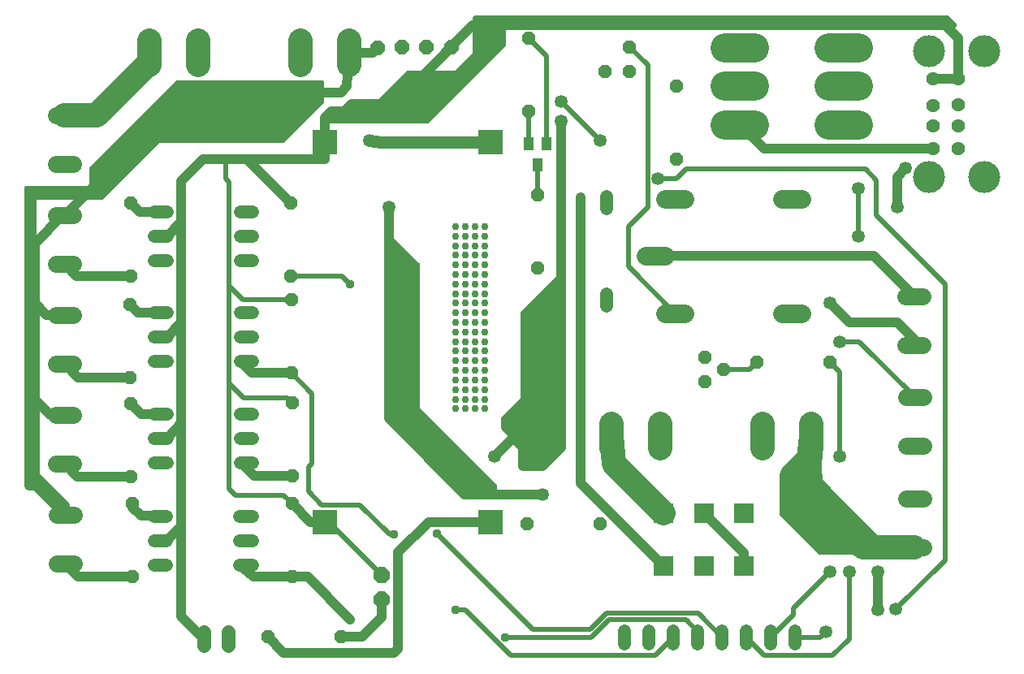
<source format=gbr>
G04 EAGLE Gerber X2 export*
%TF.Part,Single*%
%TF.FileFunction,Copper,L1,Top,Mixed*%
%TF.FilePolarity,Positive*%
%TF.GenerationSoftware,Autodesk,EAGLE,8.7.0*%
%TF.CreationDate,2018-10-16T22:29:40Z*%
G75*
%MOMM*%
%FSLAX34Y34*%
%LPD*%
%AMOC8*
5,1,8,0,0,1.08239X$1,22.5*%
G01*
%ADD10P,1.632244X8X292.500000*%
%ADD11C,1.790700*%
%ADD12C,1.320800*%
%ADD13C,2.540000*%
%ADD14C,1.981200*%
%ADD15P,1.814519X8X112.500000*%
%ADD16R,2.100000X2.100000*%
%ADD17R,1.000000X1.400000*%
%ADD18P,1.429621X8X112.500000*%
%ADD19P,1.429621X8X292.500000*%
%ADD20P,1.429621X8X22.500000*%
%ADD21C,3.009900*%
%ADD22C,3.327400*%
%ADD23C,1.428000*%
%ADD24C,1.422400*%
%ADD25R,2.500000X2.500000*%
%ADD26C,1.016000*%
%ADD27C,0.756400*%
%ADD28C,0.508000*%
%ADD29C,1.350000*%
%ADD30C,0.152400*%
%ADD31C,1.270000*%
%ADD32C,0.956400*%

G36*
X30129Y187472D02*
X30129Y187472D01*
X30260Y187474D01*
X30353Y187492D01*
X30449Y187501D01*
X30574Y187535D01*
X30702Y187560D01*
X30791Y187594D01*
X30883Y187619D01*
X31000Y187675D01*
X31122Y187722D01*
X31203Y187772D01*
X31290Y187813D01*
X31395Y187888D01*
X31506Y187956D01*
X31578Y188019D01*
X31656Y188075D01*
X31746Y188168D01*
X31844Y188254D01*
X31903Y188329D01*
X31970Y188397D01*
X32043Y188505D01*
X32123Y188607D01*
X32168Y188691D01*
X32222Y188770D01*
X32274Y188889D01*
X32336Y189004D01*
X32365Y189095D01*
X32404Y189182D01*
X32435Y189309D01*
X32475Y189432D01*
X32488Y189527D01*
X32511Y189620D01*
X32519Y189749D01*
X32536Y189878D01*
X32532Y189974D01*
X32538Y190069D01*
X32523Y190198D01*
X32518Y190328D01*
X32497Y190421D01*
X32486Y190516D01*
X32449Y190641D01*
X32420Y190768D01*
X32384Y190856D01*
X32356Y190947D01*
X32297Y191063D01*
X32247Y191183D01*
X32195Y191264D01*
X32152Y191349D01*
X32073Y191452D01*
X32002Y191561D01*
X31916Y191659D01*
X31880Y191707D01*
X31847Y191738D01*
X31796Y191796D01*
X22539Y201052D01*
X22539Y487461D01*
X90000Y487461D01*
X90164Y487475D01*
X90328Y487482D01*
X90388Y487495D01*
X90449Y487501D01*
X90607Y487544D01*
X90768Y487580D01*
X90824Y487603D01*
X90883Y487619D01*
X91031Y487690D01*
X91183Y487753D01*
X91235Y487786D01*
X91290Y487813D01*
X91423Y487908D01*
X91561Y487998D01*
X91619Y488049D01*
X91656Y488075D01*
X91698Y488118D01*
X91796Y488204D01*
X151052Y547461D01*
X280000Y547461D01*
X280164Y547475D01*
X280328Y547482D01*
X280388Y547495D01*
X280449Y547501D01*
X280607Y547544D01*
X280768Y547580D01*
X280824Y547603D01*
X280883Y547619D01*
X281031Y547690D01*
X281183Y547753D01*
X281235Y547786D01*
X281290Y547813D01*
X281423Y547908D01*
X281561Y547998D01*
X281619Y548049D01*
X281656Y548075D01*
X281698Y548118D01*
X281796Y548204D01*
X321796Y588204D01*
X321901Y588331D01*
X322013Y588452D01*
X322045Y588503D01*
X322084Y588550D01*
X322166Y588693D01*
X322254Y588831D01*
X322278Y588888D01*
X322308Y588941D01*
X322363Y589096D01*
X322425Y589248D01*
X322438Y589308D01*
X322459Y589365D01*
X322485Y589527D01*
X322520Y589688D01*
X322525Y589765D01*
X322532Y589809D01*
X322531Y589870D01*
X322539Y590000D01*
X322539Y610000D01*
X322536Y610035D01*
X322538Y610069D01*
X322516Y610258D01*
X322499Y610449D01*
X322490Y610482D01*
X322486Y610516D01*
X322431Y610699D01*
X322381Y610883D01*
X322366Y610914D01*
X322356Y610947D01*
X322269Y611118D01*
X322187Y611290D01*
X322167Y611318D01*
X322152Y611349D01*
X322036Y611501D01*
X321925Y611656D01*
X321900Y611680D01*
X321880Y611707D01*
X321740Y611836D01*
X321603Y611970D01*
X321574Y611989D01*
X321548Y612013D01*
X321387Y612115D01*
X321230Y612222D01*
X321198Y612236D01*
X321169Y612254D01*
X320992Y612327D01*
X320818Y612404D01*
X320784Y612412D01*
X320752Y612425D01*
X320565Y612465D01*
X320380Y612511D01*
X320346Y612513D01*
X320312Y612520D01*
X320000Y612539D01*
X170000Y612539D01*
X169836Y612525D01*
X169672Y612518D01*
X169612Y612505D01*
X169552Y612499D01*
X169393Y612456D01*
X169232Y612420D01*
X169176Y612397D01*
X169117Y612381D01*
X168969Y612310D01*
X168817Y612247D01*
X168765Y612214D01*
X168711Y612187D01*
X168577Y612092D01*
X168439Y612002D01*
X168381Y611951D01*
X168344Y611925D01*
X168302Y611882D01*
X168204Y611796D01*
X78204Y521796D01*
X78099Y521669D01*
X77988Y521548D01*
X77955Y521497D01*
X77916Y521450D01*
X77834Y521307D01*
X77746Y521169D01*
X77722Y521112D01*
X77692Y521059D01*
X77637Y520904D01*
X77575Y520752D01*
X77562Y520692D01*
X77541Y520635D01*
X77515Y520473D01*
X77480Y520312D01*
X77475Y520235D01*
X77468Y520191D01*
X77469Y520130D01*
X77461Y520000D01*
X77461Y502539D01*
X12700Y502539D01*
X12665Y502536D01*
X12631Y502538D01*
X12442Y502516D01*
X12251Y502499D01*
X12218Y502490D01*
X12184Y502486D01*
X12001Y502431D01*
X11817Y502381D01*
X11786Y502366D01*
X11753Y502356D01*
X11582Y502269D01*
X11410Y502187D01*
X11382Y502167D01*
X11351Y502152D01*
X11199Y502036D01*
X11044Y501925D01*
X11020Y501900D01*
X10993Y501880D01*
X10864Y501740D01*
X10730Y501603D01*
X10711Y501574D01*
X10687Y501548D01*
X10585Y501387D01*
X10478Y501230D01*
X10464Y501198D01*
X10446Y501169D01*
X10373Y500992D01*
X10296Y500818D01*
X10288Y500784D01*
X10275Y500752D01*
X10235Y500565D01*
X10189Y500380D01*
X10187Y500346D01*
X10180Y500312D01*
X10161Y500000D01*
X10161Y190000D01*
X10164Y189966D01*
X10162Y189931D01*
X10184Y189742D01*
X10201Y189552D01*
X10210Y189518D01*
X10214Y189484D01*
X10269Y189301D01*
X10319Y189117D01*
X10334Y189086D01*
X10344Y189053D01*
X10431Y188882D01*
X10513Y188711D01*
X10533Y188682D01*
X10548Y188651D01*
X10664Y188499D01*
X10775Y188344D01*
X10800Y188320D01*
X10820Y188293D01*
X10960Y188164D01*
X11097Y188030D01*
X11126Y188011D01*
X11152Y187988D01*
X11313Y187885D01*
X11470Y187778D01*
X11502Y187764D01*
X11531Y187746D01*
X11708Y187673D01*
X11882Y187596D01*
X11916Y187588D01*
X11948Y187575D01*
X12135Y187535D01*
X12320Y187489D01*
X12354Y187487D01*
X12388Y187480D01*
X12700Y187461D01*
X30000Y187461D01*
X30129Y187472D01*
G37*
G36*
X430164Y567475D02*
X430164Y567475D01*
X430328Y567482D01*
X430388Y567495D01*
X430449Y567501D01*
X430607Y567544D01*
X430768Y567580D01*
X430824Y567603D01*
X430883Y567619D01*
X431031Y567690D01*
X431183Y567753D01*
X431235Y567786D01*
X431290Y567813D01*
X431423Y567908D01*
X431561Y567998D01*
X431619Y568049D01*
X431656Y568075D01*
X431698Y568118D01*
X431796Y568204D01*
X511796Y648204D01*
X511901Y648331D01*
X512013Y648452D01*
X512045Y648503D01*
X512084Y648550D01*
X512166Y648693D01*
X512254Y648831D01*
X512278Y648888D01*
X512308Y648941D01*
X512363Y649096D01*
X512425Y649248D01*
X512438Y649308D01*
X512459Y649365D01*
X512485Y649527D01*
X512520Y649688D01*
X512525Y649765D01*
X512532Y649809D01*
X512531Y649870D01*
X512539Y650000D01*
X512539Y667461D01*
X980000Y667461D01*
X980130Y667472D01*
X980260Y667474D01*
X980353Y667492D01*
X980449Y667501D01*
X980574Y667535D01*
X980702Y667560D01*
X980791Y667594D01*
X980883Y667619D01*
X981000Y667675D01*
X981122Y667722D01*
X981203Y667772D01*
X981290Y667813D01*
X981395Y667888D01*
X981506Y667956D01*
X981578Y668019D01*
X981656Y668075D01*
X981746Y668168D01*
X981844Y668254D01*
X981903Y668329D01*
X981970Y668397D01*
X982043Y668505D01*
X982123Y668607D01*
X982168Y668691D01*
X982222Y668770D01*
X982274Y668889D01*
X982336Y669004D01*
X982365Y669095D01*
X982404Y669182D01*
X982435Y669309D01*
X982475Y669432D01*
X982488Y669527D01*
X982511Y669620D01*
X982519Y669749D01*
X982536Y669878D01*
X982532Y669974D01*
X982538Y670069D01*
X982523Y670198D01*
X982518Y670328D01*
X982497Y670421D01*
X982486Y670516D01*
X982449Y670641D01*
X982420Y670768D01*
X982384Y670856D01*
X982356Y670947D01*
X982297Y671063D01*
X982247Y671183D01*
X982195Y671263D01*
X982152Y671349D01*
X982073Y671452D01*
X982002Y671561D01*
X981916Y671659D01*
X981880Y671707D01*
X981847Y671738D01*
X981796Y671796D01*
X974496Y679096D01*
X974369Y679201D01*
X974248Y679313D01*
X974197Y679345D01*
X974150Y679384D01*
X974007Y679466D01*
X973869Y679554D01*
X973812Y679578D01*
X973759Y679608D01*
X973604Y679663D01*
X973452Y679725D01*
X973392Y679738D01*
X973335Y679759D01*
X973173Y679785D01*
X973012Y679820D01*
X972935Y679825D01*
X972891Y679832D01*
X972830Y679831D01*
X972700Y679839D01*
X480000Y679839D01*
X479966Y679836D01*
X479931Y679838D01*
X479742Y679816D01*
X479552Y679799D01*
X479518Y679790D01*
X479484Y679786D01*
X479301Y679731D01*
X479117Y679681D01*
X479086Y679666D01*
X479053Y679656D01*
X478882Y679569D01*
X478711Y679487D01*
X478682Y679467D01*
X478651Y679452D01*
X478499Y679336D01*
X478344Y679225D01*
X478320Y679200D01*
X478293Y679180D01*
X478164Y679040D01*
X478030Y678903D01*
X478011Y678874D01*
X477988Y678848D01*
X477885Y678687D01*
X477778Y678530D01*
X477764Y678498D01*
X477746Y678469D01*
X477673Y678292D01*
X477596Y678118D01*
X477588Y678084D01*
X477575Y678052D01*
X477535Y677865D01*
X477489Y677680D01*
X477487Y677646D01*
X477480Y677612D01*
X477461Y677300D01*
X477461Y641052D01*
X458948Y622539D01*
X410000Y622539D01*
X409836Y622525D01*
X409672Y622518D01*
X409612Y622505D01*
X409552Y622499D01*
X409393Y622456D01*
X409232Y622420D01*
X409176Y622397D01*
X409117Y622381D01*
X408969Y622310D01*
X408817Y622247D01*
X408765Y622214D01*
X408711Y622187D01*
X408577Y622092D01*
X408439Y622002D01*
X408381Y621951D01*
X408344Y621925D01*
X408302Y621882D01*
X408204Y621796D01*
X378948Y592539D01*
X350000Y592539D01*
X349836Y592525D01*
X349672Y592518D01*
X349612Y592505D01*
X349552Y592499D01*
X349393Y592456D01*
X349232Y592420D01*
X349176Y592397D01*
X349117Y592381D01*
X348969Y592310D01*
X348817Y592247D01*
X348765Y592214D01*
X348711Y592187D01*
X348577Y592092D01*
X348439Y592002D01*
X348381Y591951D01*
X348344Y591925D01*
X348302Y591882D01*
X348204Y591796D01*
X328204Y571796D01*
X328121Y571696D01*
X328030Y571603D01*
X327977Y571523D01*
X327916Y571450D01*
X327851Y571337D01*
X327778Y571230D01*
X327740Y571142D01*
X327692Y571059D01*
X327649Y570937D01*
X327596Y570818D01*
X327573Y570725D01*
X327541Y570635D01*
X327520Y570506D01*
X327489Y570380D01*
X327484Y570285D01*
X327468Y570191D01*
X327470Y570061D01*
X327462Y569931D01*
X327473Y569836D01*
X327474Y569740D01*
X327499Y569613D01*
X327514Y569484D01*
X327541Y569392D01*
X327560Y569298D01*
X327606Y569177D01*
X327644Y569053D01*
X327687Y568968D01*
X327722Y568878D01*
X327789Y568767D01*
X327848Y568651D01*
X327906Y568575D01*
X327956Y568494D01*
X328042Y568396D01*
X328120Y568293D01*
X328191Y568228D01*
X328254Y568156D01*
X328356Y568076D01*
X328452Y567988D01*
X328532Y567936D01*
X328607Y567877D01*
X328722Y567816D01*
X328831Y567746D01*
X328920Y567709D01*
X329004Y567664D01*
X329128Y567624D01*
X329248Y567575D01*
X329341Y567555D01*
X329432Y567525D01*
X329561Y567507D01*
X329688Y567480D01*
X329818Y567472D01*
X329878Y567464D01*
X329923Y567466D01*
X330000Y567461D01*
X430000Y567461D01*
X430164Y567475D01*
G37*
G36*
X500035Y177464D02*
X500035Y177464D01*
X500069Y177462D01*
X500258Y177484D01*
X500449Y177501D01*
X500482Y177510D01*
X500516Y177514D01*
X500699Y177569D01*
X500883Y177619D01*
X500914Y177634D01*
X500947Y177644D01*
X501118Y177731D01*
X501290Y177813D01*
X501318Y177833D01*
X501349Y177848D01*
X501501Y177964D01*
X501656Y178075D01*
X501680Y178100D01*
X501707Y178120D01*
X501836Y178261D01*
X501970Y178397D01*
X501989Y178426D01*
X502013Y178452D01*
X502115Y178613D01*
X502222Y178770D01*
X502236Y178802D01*
X502254Y178831D01*
X502327Y179008D01*
X502404Y179182D01*
X502412Y179216D01*
X502425Y179248D01*
X502465Y179435D01*
X502511Y179620D01*
X502513Y179654D01*
X502520Y179688D01*
X502539Y180000D01*
X502539Y190000D01*
X502525Y190164D01*
X502518Y190328D01*
X502505Y190388D01*
X502499Y190449D01*
X502456Y190607D01*
X502420Y190768D01*
X502397Y190824D01*
X502381Y190883D01*
X502310Y191031D01*
X502247Y191183D01*
X502214Y191235D01*
X502187Y191290D01*
X502092Y191423D01*
X502002Y191561D01*
X501951Y191619D01*
X501925Y191656D01*
X501882Y191698D01*
X501796Y191796D01*
X422539Y271052D01*
X422539Y420000D01*
X422525Y420164D01*
X422518Y420328D01*
X422505Y420388D01*
X422499Y420449D01*
X422456Y420607D01*
X422420Y420768D01*
X422397Y420824D01*
X422381Y420883D01*
X422310Y421031D01*
X422247Y421183D01*
X422214Y421235D01*
X422187Y421290D01*
X422092Y421423D01*
X422002Y421561D01*
X421951Y421619D01*
X421925Y421656D01*
X421882Y421698D01*
X421796Y421796D01*
X391796Y451796D01*
X391696Y451879D01*
X391603Y451970D01*
X391523Y452023D01*
X391450Y452084D01*
X391337Y452149D01*
X391230Y452222D01*
X391142Y452260D01*
X391059Y452308D01*
X390937Y452351D01*
X390818Y452404D01*
X390725Y452427D01*
X390635Y452459D01*
X390506Y452480D01*
X390380Y452511D01*
X390285Y452516D01*
X390191Y452532D01*
X390061Y452530D01*
X389931Y452538D01*
X389836Y452527D01*
X389740Y452526D01*
X389613Y452501D01*
X389484Y452486D01*
X389392Y452459D01*
X389298Y452440D01*
X389177Y452394D01*
X389053Y452356D01*
X388968Y452313D01*
X388878Y452278D01*
X388767Y452211D01*
X388651Y452152D01*
X388575Y452094D01*
X388494Y452044D01*
X388396Y451958D01*
X388293Y451880D01*
X388228Y451809D01*
X388156Y451746D01*
X388076Y451644D01*
X387988Y451548D01*
X387936Y451468D01*
X387877Y451393D01*
X387816Y451279D01*
X387746Y451169D01*
X387709Y451080D01*
X387664Y450996D01*
X387624Y450872D01*
X387575Y450752D01*
X387555Y450659D01*
X387525Y450568D01*
X387507Y450439D01*
X387480Y450312D01*
X387472Y450182D01*
X387464Y450122D01*
X387466Y450077D01*
X387461Y450000D01*
X387461Y260000D01*
X387475Y259836D01*
X387482Y259672D01*
X387495Y259612D01*
X387501Y259552D01*
X387544Y259393D01*
X387580Y259232D01*
X387603Y259176D01*
X387619Y259117D01*
X387690Y258969D01*
X387753Y258817D01*
X387786Y258765D01*
X387813Y258711D01*
X387908Y258577D01*
X387998Y258439D01*
X388049Y258381D01*
X388075Y258344D01*
X388118Y258302D01*
X388204Y258204D01*
X468204Y178204D01*
X468331Y178099D01*
X468452Y177988D01*
X468503Y177955D01*
X468550Y177916D01*
X468693Y177834D01*
X468831Y177746D01*
X468888Y177722D01*
X468941Y177692D01*
X469096Y177637D01*
X469248Y177575D01*
X469308Y177562D01*
X469365Y177541D01*
X469527Y177515D01*
X469688Y177480D01*
X469765Y177475D01*
X469809Y177468D01*
X469870Y177469D01*
X470000Y177461D01*
X500000Y177461D01*
X500035Y177464D01*
G37*
G36*
X550164Y207475D02*
X550164Y207475D01*
X550328Y207482D01*
X550388Y207495D01*
X550449Y207501D01*
X550607Y207544D01*
X550768Y207580D01*
X550824Y207603D01*
X550883Y207619D01*
X551031Y207690D01*
X551183Y207753D01*
X551235Y207786D01*
X551290Y207813D01*
X551423Y207908D01*
X551561Y207998D01*
X551619Y208049D01*
X551656Y208075D01*
X551698Y208118D01*
X551796Y208204D01*
X571796Y228204D01*
X571901Y228331D01*
X572013Y228452D01*
X572045Y228503D01*
X572084Y228550D01*
X572166Y228693D01*
X572254Y228831D01*
X572278Y228888D01*
X572308Y228941D01*
X572363Y229096D01*
X572425Y229248D01*
X572438Y229308D01*
X572459Y229365D01*
X572485Y229527D01*
X572520Y229688D01*
X572525Y229765D01*
X572532Y229809D01*
X572531Y229870D01*
X572539Y230000D01*
X572539Y410000D01*
X572528Y410129D01*
X572526Y410260D01*
X572508Y410353D01*
X572499Y410449D01*
X572465Y410574D01*
X572440Y410702D01*
X572406Y410791D01*
X572381Y410883D01*
X572325Y411000D01*
X572278Y411122D01*
X572228Y411203D01*
X572187Y411290D01*
X572112Y411395D01*
X572044Y411506D01*
X571981Y411578D01*
X571925Y411656D01*
X571832Y411746D01*
X571746Y411844D01*
X571671Y411903D01*
X571603Y411970D01*
X571495Y412043D01*
X571393Y412123D01*
X571309Y412168D01*
X571230Y412222D01*
X571111Y412274D01*
X570996Y412336D01*
X570905Y412365D01*
X570818Y412404D01*
X570691Y412435D01*
X570568Y412475D01*
X570473Y412488D01*
X570380Y412511D01*
X570251Y412519D01*
X570122Y412536D01*
X570026Y412532D01*
X569931Y412538D01*
X569802Y412523D01*
X569672Y412518D01*
X569579Y412497D01*
X569484Y412486D01*
X569359Y412449D01*
X569232Y412420D01*
X569144Y412384D01*
X569053Y412356D01*
X568937Y412297D01*
X568817Y412247D01*
X568736Y412195D01*
X568651Y412152D01*
X568548Y412073D01*
X568439Y412002D01*
X568341Y411916D01*
X568293Y411880D01*
X568262Y411847D01*
X568204Y411796D01*
X528204Y371796D01*
X528099Y371669D01*
X527988Y371548D01*
X527955Y371497D01*
X527916Y371450D01*
X527834Y371307D01*
X527746Y371169D01*
X527722Y371112D01*
X527692Y371059D01*
X527637Y370904D01*
X527575Y370752D01*
X527562Y370692D01*
X527541Y370635D01*
X527515Y370473D01*
X527480Y370312D01*
X527475Y370235D01*
X527468Y370191D01*
X527469Y370130D01*
X527461Y370000D01*
X527461Y281052D01*
X508204Y261796D01*
X508099Y261669D01*
X507988Y261548D01*
X507955Y261497D01*
X507916Y261450D01*
X507834Y261307D01*
X507746Y261169D01*
X507722Y261112D01*
X507692Y261059D01*
X507637Y260904D01*
X507575Y260752D01*
X507562Y260692D01*
X507541Y260635D01*
X507515Y260473D01*
X507480Y260312D01*
X507475Y260235D01*
X507468Y260191D01*
X507469Y260130D01*
X507461Y260000D01*
X507461Y250000D01*
X507475Y249836D01*
X507482Y249672D01*
X507495Y249612D01*
X507501Y249552D01*
X507544Y249393D01*
X507580Y249232D01*
X507603Y249176D01*
X507619Y249117D01*
X507690Y248969D01*
X507753Y248817D01*
X507786Y248765D01*
X507813Y248711D01*
X507908Y248577D01*
X507998Y248439D01*
X508049Y248381D01*
X508075Y248344D01*
X508118Y248302D01*
X508204Y248204D01*
X527461Y228948D01*
X527461Y210000D01*
X527464Y209966D01*
X527462Y209931D01*
X527484Y209742D01*
X527501Y209552D01*
X527510Y209518D01*
X527514Y209484D01*
X527569Y209301D01*
X527619Y209117D01*
X527634Y209086D01*
X527644Y209053D01*
X527731Y208882D01*
X527813Y208711D01*
X527833Y208682D01*
X527848Y208651D01*
X527964Y208499D01*
X528075Y208344D01*
X528100Y208320D01*
X528120Y208293D01*
X528261Y208164D01*
X528397Y208030D01*
X528426Y208011D01*
X528452Y207988D01*
X528613Y207885D01*
X528770Y207778D01*
X528802Y207764D01*
X528831Y207746D01*
X529008Y207673D01*
X529182Y207596D01*
X529216Y207588D01*
X529248Y207575D01*
X529435Y207535D01*
X529620Y207489D01*
X529654Y207487D01*
X529688Y207480D01*
X530000Y207461D01*
X550000Y207461D01*
X550164Y207475D01*
G37*
G36*
X900035Y117464D02*
X900035Y117464D01*
X900069Y117462D01*
X900258Y117484D01*
X900449Y117501D01*
X900482Y117510D01*
X900516Y117514D01*
X900699Y117569D01*
X900883Y117619D01*
X900914Y117634D01*
X900947Y117644D01*
X901118Y117731D01*
X901290Y117813D01*
X901318Y117833D01*
X901349Y117848D01*
X901501Y117964D01*
X901656Y118075D01*
X901680Y118100D01*
X901707Y118120D01*
X901836Y118261D01*
X901970Y118397D01*
X901989Y118426D01*
X902013Y118452D01*
X902115Y118613D01*
X902222Y118770D01*
X902236Y118802D01*
X902254Y118831D01*
X902327Y119008D01*
X902404Y119182D01*
X902412Y119216D01*
X902425Y119248D01*
X902465Y119435D01*
X902511Y119620D01*
X902513Y119654D01*
X902520Y119688D01*
X902539Y120000D01*
X902539Y130000D01*
X902525Y130164D01*
X902518Y130328D01*
X902505Y130388D01*
X902499Y130449D01*
X902456Y130607D01*
X902420Y130768D01*
X902397Y130824D01*
X902381Y130883D01*
X902310Y131031D01*
X902247Y131183D01*
X902214Y131235D01*
X902187Y131290D01*
X902092Y131423D01*
X902002Y131561D01*
X901951Y131619D01*
X901925Y131656D01*
X901882Y131698D01*
X901796Y131796D01*
X851796Y181796D01*
X851669Y181901D01*
X851548Y182013D01*
X851497Y182045D01*
X851450Y182084D01*
X851307Y182166D01*
X851169Y182254D01*
X851112Y182278D01*
X851059Y182308D01*
X850904Y182363D01*
X850752Y182425D01*
X850692Y182438D01*
X850635Y182459D01*
X850473Y182485D01*
X850312Y182520D01*
X850235Y182525D01*
X850191Y182532D01*
X850130Y182531D01*
X850000Y182539D01*
X842539Y182539D01*
X842539Y200000D01*
X842536Y200035D01*
X842538Y200069D01*
X842516Y200258D01*
X842499Y200449D01*
X842490Y200482D01*
X842486Y200516D01*
X842431Y200699D01*
X842381Y200883D01*
X842366Y200914D01*
X842356Y200947D01*
X842269Y201118D01*
X842187Y201290D01*
X842167Y201318D01*
X842152Y201349D01*
X842036Y201501D01*
X841925Y201656D01*
X841900Y201680D01*
X841880Y201707D01*
X841740Y201836D01*
X841603Y201970D01*
X841574Y201989D01*
X841548Y202013D01*
X841387Y202115D01*
X841230Y202222D01*
X841198Y202236D01*
X841169Y202254D01*
X840992Y202327D01*
X840818Y202404D01*
X840784Y202412D01*
X840752Y202425D01*
X840565Y202465D01*
X840380Y202511D01*
X840346Y202513D01*
X840312Y202520D01*
X840000Y202539D01*
X800000Y202539D01*
X799966Y202536D01*
X799931Y202538D01*
X799742Y202516D01*
X799552Y202499D01*
X799518Y202490D01*
X799484Y202486D01*
X799301Y202431D01*
X799117Y202381D01*
X799086Y202366D01*
X799053Y202356D01*
X798882Y202269D01*
X798711Y202187D01*
X798682Y202167D01*
X798651Y202152D01*
X798499Y202036D01*
X798344Y201925D01*
X798320Y201900D01*
X798293Y201880D01*
X798164Y201740D01*
X798030Y201603D01*
X798011Y201574D01*
X797988Y201548D01*
X797885Y201387D01*
X797778Y201230D01*
X797764Y201198D01*
X797746Y201169D01*
X797673Y200992D01*
X797596Y200818D01*
X797588Y200784D01*
X797575Y200752D01*
X797535Y200565D01*
X797489Y200380D01*
X797487Y200346D01*
X797480Y200312D01*
X797461Y200000D01*
X797461Y160000D01*
X797475Y159836D01*
X797482Y159672D01*
X797495Y159612D01*
X797501Y159552D01*
X797544Y159393D01*
X797580Y159232D01*
X797603Y159176D01*
X797619Y159117D01*
X797690Y158969D01*
X797753Y158817D01*
X797786Y158765D01*
X797813Y158711D01*
X797908Y158577D01*
X797998Y158439D01*
X798049Y158381D01*
X798075Y158344D01*
X798118Y158302D01*
X798204Y158204D01*
X838204Y118204D01*
X838331Y118099D01*
X838452Y117988D01*
X838503Y117955D01*
X838550Y117916D01*
X838693Y117834D01*
X838831Y117746D01*
X838888Y117722D01*
X838941Y117692D01*
X839096Y117637D01*
X839248Y117575D01*
X839308Y117562D01*
X839365Y117541D01*
X839527Y117515D01*
X839688Y117480D01*
X839765Y117475D01*
X839809Y117468D01*
X839870Y117469D01*
X840000Y117461D01*
X900000Y117461D01*
X900035Y117464D01*
G37*
D10*
X378456Y646532D03*
D11*
X929267Y125646D02*
X947174Y125646D01*
X947174Y176446D02*
X929267Y176446D01*
D10*
X429590Y646734D03*
X404026Y646684D03*
D11*
X928977Y336488D02*
X946884Y336488D01*
X946884Y387288D02*
X928977Y387288D01*
D12*
X617100Y478396D02*
X617100Y491604D01*
X617100Y390004D02*
X617100Y376796D01*
D11*
X61532Y159118D02*
X43625Y159118D01*
X43625Y108318D02*
X61532Y108318D01*
D13*
X621860Y228800D02*
X621860Y254200D01*
X830140Y254200D02*
X830140Y228800D01*
X779340Y228800D02*
X779340Y254200D01*
X672660Y254200D02*
X672660Y228800D01*
X140560Y628800D02*
X140560Y654200D01*
X348840Y654200D02*
X348840Y628800D01*
X298040Y628800D02*
X298040Y654200D01*
X191360Y654200D02*
X191360Y628800D01*
D10*
X455178Y646968D03*
D14*
X658144Y429400D02*
X677956Y429400D01*
X678464Y369710D02*
X698276Y369710D01*
X698276Y489090D02*
X678464Y489090D01*
X800384Y489090D02*
X820196Y489090D01*
X820196Y369710D02*
X800384Y369710D01*
D11*
X929621Y231086D02*
X947528Y231086D01*
X947528Y281886D02*
X929621Y281886D01*
D15*
X382900Y71400D03*
X382900Y96800D03*
D16*
X676500Y160800D03*
X718500Y160800D03*
X760500Y160800D03*
X760500Y105800D03*
X718500Y105800D03*
X676500Y105800D03*
D12*
X158780Y475056D02*
X145572Y475056D01*
X145572Y449656D02*
X158780Y449656D01*
X234980Y449656D02*
X248188Y449656D01*
X248188Y475056D02*
X234980Y475056D01*
X158780Y424256D02*
X145572Y424256D01*
X234980Y424256D02*
X248188Y424256D01*
X158976Y370286D02*
X145768Y370286D01*
X145768Y344886D02*
X158976Y344886D01*
X235176Y344886D02*
X248384Y344886D01*
X248384Y370286D02*
X235176Y370286D01*
X158976Y319486D02*
X145768Y319486D01*
X235176Y319486D02*
X248384Y319486D01*
X158722Y264274D02*
X145514Y264274D01*
X145514Y238874D02*
X158722Y238874D01*
X234922Y238874D02*
X248130Y238874D01*
X248130Y264274D02*
X234922Y264274D01*
X158722Y213474D02*
X145514Y213474D01*
X234922Y213474D02*
X248130Y213474D01*
X158628Y157754D02*
X145420Y157754D01*
X145420Y132354D02*
X158628Y132354D01*
X234828Y132354D02*
X248036Y132354D01*
X248036Y157754D02*
X234828Y157754D01*
X158628Y106954D02*
X145420Y106954D01*
X234828Y106954D02*
X248036Y106954D01*
D17*
X545200Y524600D03*
X535700Y546600D03*
X554700Y546600D03*
D18*
X120696Y408178D03*
X120696Y484378D03*
D19*
X690048Y606200D03*
X690048Y530000D03*
D20*
X774166Y318126D03*
X850366Y318126D03*
X533800Y150000D03*
X610000Y150000D03*
D19*
X536000Y656200D03*
X536000Y580000D03*
D18*
X544950Y416450D03*
X544950Y492650D03*
D20*
X263800Y32000D03*
X340000Y32000D03*
D19*
X287576Y484632D03*
X287576Y408432D03*
D18*
X120188Y302514D03*
X120188Y378714D03*
D19*
X288338Y383540D03*
X288338Y307340D03*
D18*
X120696Y199390D03*
X120696Y275590D03*
D19*
X289608Y276098D03*
X289608Y199898D03*
D18*
X122728Y94996D03*
X122728Y171196D03*
D19*
X289284Y170846D03*
X289284Y94646D03*
D21*
X849451Y646132D02*
X879550Y646132D01*
X879550Y606000D02*
X849451Y606000D01*
X849451Y565868D02*
X879550Y565868D01*
X771150Y646132D02*
X741051Y646132D01*
X741051Y606000D02*
X771150Y606000D01*
X771150Y565868D02*
X741051Y565868D01*
D11*
X61278Y263258D02*
X43371Y263258D01*
X43371Y212458D02*
X61278Y212458D01*
X61058Y471554D02*
X43151Y471554D01*
X43151Y420754D02*
X61058Y420754D01*
X61058Y367444D02*
X43151Y367444D01*
X43151Y316644D02*
X61058Y316644D01*
D20*
X615600Y621700D03*
X641000Y621700D03*
X641000Y647100D03*
D22*
X953630Y511446D03*
X1010526Y511700D03*
X953630Y643018D03*
X1010526Y642764D03*
D23*
X983602Y565294D03*
X983602Y586630D03*
X957440Y565294D03*
X957440Y586376D03*
X983602Y613808D03*
X983602Y540910D03*
X957440Y613808D03*
X957440Y540910D03*
D24*
X197300Y37112D02*
X197300Y22888D01*
X222700Y22888D02*
X222700Y37112D01*
D11*
X60912Y575632D02*
X43005Y575632D01*
X43005Y524832D02*
X60912Y524832D01*
D25*
X496360Y548120D03*
X323640Y548120D03*
X323640Y151880D03*
X496360Y151880D03*
D19*
X720000Y297808D03*
X739050Y310508D03*
X720000Y323208D03*
D12*
X636070Y38082D02*
X636070Y24874D01*
X661470Y24874D02*
X661470Y38082D01*
X686870Y38082D02*
X686870Y24874D01*
X712270Y24874D02*
X712270Y38082D01*
X737670Y38082D02*
X737670Y24874D01*
X763070Y24874D02*
X763070Y38082D01*
X788470Y38082D02*
X788470Y24874D01*
X813870Y24874D02*
X813870Y38082D01*
D26*
X173760Y464636D02*
X158780Y449656D01*
X173760Y464636D02*
X173760Y507313D01*
X196447Y530000D01*
X242208Y530000D02*
X323640Y530000D01*
X173760Y359670D02*
X158976Y344886D01*
X173760Y359670D02*
X173760Y464636D01*
X173760Y254674D02*
X158722Y238874D01*
X173760Y254674D02*
X173760Y359670D01*
X173760Y147486D02*
X173760Y53540D01*
X173760Y147486D02*
X173760Y254674D01*
X323640Y530000D02*
X323640Y540000D01*
X323640Y548120D01*
X196447Y530000D02*
X191279Y524832D01*
D27*
X196447Y530000D03*
D26*
X289284Y170846D02*
X308250Y151880D01*
X323640Y151880D01*
X197300Y30000D02*
X173760Y53540D01*
X287576Y484632D02*
X242208Y530000D01*
X220000Y530000D01*
X196447Y530000D01*
D28*
X220000Y530000D02*
X220000Y509961D01*
X223700Y506261D02*
X223700Y398092D01*
X223700Y506261D02*
X220000Y509961D01*
X238252Y383540D02*
X288338Y383540D01*
X238252Y383540D02*
X223700Y398092D01*
X284274Y281432D02*
X289608Y276098D01*
X284274Y281432D02*
X238760Y281432D01*
X223700Y296492D01*
X223700Y398092D01*
D26*
X173760Y147486D02*
X158628Y132354D01*
D28*
X280130Y180000D02*
X289284Y170846D01*
X280130Y180000D02*
X230000Y180000D01*
X223700Y186300D01*
X223700Y296492D01*
X327820Y151880D02*
X382900Y96800D01*
X327820Y151880D02*
X323640Y151880D01*
X448780Y641402D02*
X455178Y646968D01*
X448780Y641402D02*
X378210Y580000D01*
X323640Y570000D02*
X323640Y540000D01*
D26*
X323640Y548120D02*
X323640Y570000D01*
X323640Y573640D01*
X330000Y580000D01*
X378210Y580000D01*
X388210Y580000D01*
X455178Y646968D01*
X477379Y670000D02*
X970000Y670000D01*
X477379Y670000D02*
X448780Y641402D01*
X957440Y613808D02*
X983602Y613808D01*
D29*
X860000Y340000D03*
D28*
X880460Y340000D01*
X938574Y281886D01*
D26*
X983602Y613808D02*
X983602Y656398D01*
X970000Y670000D01*
D29*
X920000Y480000D03*
D26*
X920000Y511815D01*
X928719Y520534D01*
D29*
X928719Y520534D03*
D28*
X760000Y119300D02*
X760000Y106300D01*
X760500Y105800D01*
D26*
X760000Y119300D02*
X718500Y160800D01*
X760000Y119300D02*
X760500Y118800D01*
X760500Y105800D01*
X130018Y475056D02*
X120696Y484378D01*
X130018Y475056D02*
X158780Y475056D01*
X120696Y408178D02*
X64680Y408178D01*
X52104Y420754D01*
D30*
X52104Y471554D02*
X50000Y471554D01*
D26*
X20848Y190848D02*
X52578Y159118D01*
X20848Y190848D02*
X20848Y200000D01*
X20848Y280000D01*
X20848Y380000D01*
X20848Y442402D01*
X50000Y471554D01*
X52324Y263258D02*
X37590Y263258D01*
X20848Y280000D01*
X33404Y367444D02*
X52104Y367444D01*
X33404Y367444D02*
X20848Y380000D01*
X52104Y471554D02*
X180550Y600000D01*
X340000Y600000D02*
X346300Y606300D01*
X348840Y641500D01*
X340000Y600000D02*
X180550Y600000D01*
D29*
X370000Y550000D03*
D31*
X381880Y548120D01*
X496360Y548120D01*
D29*
X900000Y100000D03*
D26*
X900000Y60000D01*
D29*
X900000Y60000D03*
X550000Y180814D03*
D26*
X469186Y180814D01*
D29*
X390000Y480000D03*
D26*
X390000Y260000D02*
X469186Y180814D01*
X390000Y260000D02*
X390000Y480000D01*
X52578Y168270D02*
X20848Y200000D01*
X52578Y168270D02*
X52578Y159118D01*
X21696Y190000D01*
X15240Y190000D01*
X348840Y641500D02*
X373424Y641500D01*
X378456Y646532D01*
D28*
X554700Y637500D02*
X554700Y546600D01*
X554700Y637500D02*
X536000Y656200D01*
X610000Y50000D02*
X610660Y50000D01*
X617264Y56604D01*
X610000Y50000D02*
X600000Y40000D01*
X540000Y40000D01*
X440000Y140000D01*
D32*
X440000Y140000D03*
X350000Y400000D03*
D28*
X341568Y408432D01*
X287576Y408432D01*
X712544Y56604D02*
X737670Y31478D01*
X712544Y56604D02*
X617264Y56604D01*
D26*
X158976Y370286D02*
X128616Y370286D01*
X120188Y378714D01*
X120188Y302514D02*
X66234Y302514D01*
X52104Y316644D01*
X235176Y319486D02*
X247322Y307340D01*
X288338Y307340D01*
D28*
X310000Y285678D01*
X310000Y212974D01*
X306100Y209074D01*
X306100Y183900D01*
X320100Y169900D01*
X391062Y138938D02*
X394970Y138938D01*
D32*
X394970Y138938D03*
X511255Y31255D03*
D28*
X601255Y31255D01*
X620000Y50000D01*
X700000Y50000D01*
X360100Y169900D02*
X320100Y169900D01*
X360100Y169900D02*
X391062Y138938D01*
X700000Y50000D02*
X712270Y37730D01*
X712270Y31478D01*
D26*
X158722Y264274D02*
X132012Y264274D01*
X120696Y275590D01*
X120696Y199390D02*
X65392Y199390D01*
X52324Y212458D01*
X234922Y213474D02*
X236526Y213474D01*
X250000Y200000D01*
X276916Y200000D01*
X289608Y199898D01*
D32*
X460000Y60000D03*
D28*
X470000Y60000D01*
X517300Y12700D01*
X660000Y12700D01*
X667300Y12700D01*
X668092Y12700D01*
X686870Y31478D01*
D26*
X158628Y157754D02*
X131738Y158262D01*
X122728Y167272D02*
X122728Y171196D01*
X122728Y167272D02*
X131738Y158262D01*
D30*
X122728Y94996D02*
X120000Y94996D01*
D26*
X65900Y94996D01*
X52578Y108318D01*
X248914Y94646D02*
X289284Y94646D01*
X248914Y94646D02*
X234828Y106954D01*
D32*
X350000Y50000D03*
D26*
X305354Y94646D01*
X289284Y94646D01*
D28*
X660000Y628100D02*
X641000Y647100D01*
X660000Y480000D02*
X640000Y460000D01*
X640000Y418080D01*
X688370Y369710D01*
X660000Y480000D02*
X660000Y628100D01*
D26*
X895818Y429400D02*
X937930Y387288D01*
X895818Y429400D02*
X668050Y429400D01*
D29*
X880000Y500000D03*
D28*
X880000Y450000D01*
D29*
X880000Y450000D03*
X870000Y100000D03*
D28*
X870000Y30000D01*
X852700Y12700D01*
X781848Y12700D02*
X763070Y31478D01*
X781848Y12700D02*
X852700Y12700D01*
D26*
X280560Y15240D02*
X263800Y32000D01*
X431880Y151880D02*
X496360Y151880D01*
X431880Y151880D02*
X400000Y120000D01*
D29*
X570000Y570000D03*
D26*
X570000Y290000D01*
X520000Y240000D01*
D29*
X500000Y220000D03*
D26*
X520000Y240000D01*
X570000Y230000D02*
X570000Y570000D01*
X570000Y230000D02*
X550000Y210000D01*
X530000Y210000D01*
X530000Y230000D01*
X520000Y240000D01*
X395240Y15240D02*
X280560Y15240D01*
X395240Y15240D02*
X400000Y20000D01*
X400000Y120000D01*
D28*
X766548Y310508D02*
X774166Y318126D01*
X766548Y310508D02*
X739050Y310508D01*
X850366Y318126D02*
X860000Y308492D01*
X860000Y220000D01*
D29*
X860000Y220000D03*
X850000Y100000D03*
D28*
X812200Y62200D01*
X812200Y55208D02*
X788470Y31478D01*
X812200Y55208D02*
X812200Y62200D01*
X536000Y546900D02*
X536000Y580000D01*
X536000Y546900D02*
X535700Y546600D01*
X813870Y31478D02*
X840214Y31478D01*
X845820Y37084D01*
D29*
X845820Y37084D03*
X918901Y61099D03*
D28*
X970000Y112199D01*
X970000Y400000D01*
X898398Y471602D01*
X898398Y508508D01*
X886906Y520000D01*
X700000Y520000D02*
X690000Y510000D01*
X670814Y510000D01*
D29*
X670814Y510000D03*
X610000Y550000D03*
D28*
X570000Y590000D01*
D29*
X570000Y590000D03*
D28*
X700000Y520000D02*
X886906Y520000D01*
X545200Y524600D02*
X545200Y492900D01*
X544950Y492650D01*
D26*
X659740Y122560D02*
X676500Y105800D01*
X659740Y122560D02*
X659740Y122926D01*
X642026Y140640D01*
X641660Y140640D01*
X590000Y192300D01*
D27*
X590000Y490000D03*
D26*
X590000Y192300D01*
D13*
X827600Y192400D02*
X830140Y241500D01*
X827600Y192400D02*
X894354Y125646D01*
X938220Y125646D01*
X827600Y217600D02*
X830140Y241500D01*
X827600Y217600D02*
X810000Y200000D01*
X884354Y125646D01*
X938220Y125646D01*
X624400Y212900D02*
X621860Y241500D01*
X624400Y212900D02*
X676500Y160800D01*
X85632Y575632D02*
X51958Y575632D01*
X140560Y630560D02*
X140560Y641500D01*
X140560Y630560D02*
X85632Y575632D01*
D29*
X850000Y380000D03*
D26*
X870000Y360000D01*
X920000Y360000D01*
X937930Y342070D01*
X937930Y336488D01*
X361946Y32000D02*
X340000Y32000D01*
X361946Y32000D02*
X383032Y53086D01*
X382900Y53218D01*
X382900Y71400D01*
X781058Y540910D02*
X756100Y565868D01*
X781058Y540910D02*
X957440Y540910D01*
D27*
X490000Y450000D03*
X480000Y450000D03*
X470000Y450000D03*
X470000Y440000D03*
X480000Y440000D03*
X490000Y440000D03*
X490000Y430000D03*
X480000Y430000D03*
X470000Y430000D03*
X460000Y430000D03*
X460000Y420000D03*
X470000Y420000D03*
X480000Y420000D03*
X490000Y420000D03*
X490000Y410000D03*
X480000Y410000D03*
X460000Y410000D03*
X470000Y410000D03*
X460000Y400000D03*
X470000Y400000D03*
X480000Y400000D03*
X490000Y400000D03*
X490000Y390000D03*
X470000Y390000D03*
X460000Y390000D03*
X480000Y390000D03*
X480000Y380000D03*
X470000Y380000D03*
X460000Y380000D03*
X490000Y380000D03*
X490000Y370000D03*
X480000Y370000D03*
X470000Y370000D03*
X460000Y370000D03*
X490000Y360000D03*
X480000Y360000D03*
X470000Y360000D03*
X460000Y360000D03*
X460000Y350000D03*
X470000Y350000D03*
X480000Y350000D03*
X490000Y350000D03*
X490000Y340000D03*
X480000Y340000D03*
X470000Y340000D03*
X460000Y340000D03*
X460000Y330000D03*
X470000Y330000D03*
X480000Y330000D03*
X490000Y330000D03*
X490000Y320000D03*
X480000Y320000D03*
X470000Y320000D03*
X460000Y320000D03*
X460000Y310000D03*
X470000Y310000D03*
X480000Y310000D03*
X490000Y310000D03*
X490000Y300000D03*
X480000Y300000D03*
X470000Y300000D03*
X460000Y300000D03*
X460000Y280000D03*
X460000Y290000D03*
X470000Y290000D03*
X470000Y280000D03*
X480000Y290000D03*
X480000Y280000D03*
X490000Y290000D03*
X490000Y280000D03*
X470000Y460000D03*
X480000Y460000D03*
X490000Y460000D03*
X460000Y270000D03*
X470000Y270000D03*
X480000Y270000D03*
X490000Y270000D03*
X460000Y460000D03*
X460000Y450000D03*
X460000Y440000D03*
M02*

</source>
